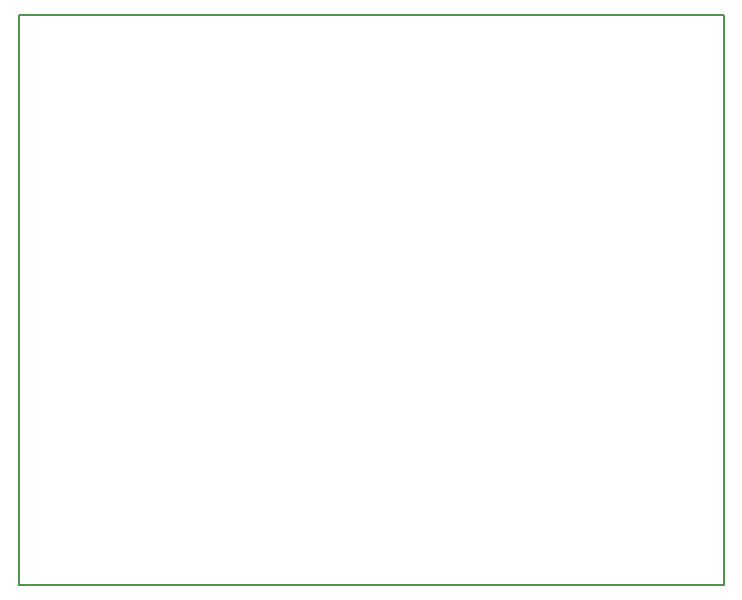
<source format=gm1>
%TF.GenerationSoftware,KiCad,Pcbnew,(5.1.9)-1*%
%TF.CreationDate,2021-03-07T15:01:53-08:00*%
%TF.ProjectId,lightbar-pcb,6c696768-7462-4617-922d-7063622e6b69,rev?*%
%TF.SameCoordinates,Original*%
%TF.FileFunction,Profile,NP*%
%FSLAX46Y46*%
G04 Gerber Fmt 4.6, Leading zero omitted, Abs format (unit mm)*
G04 Created by KiCad (PCBNEW (5.1.9)-1) date 2021-03-07 15:01:53*
%MOMM*%
%LPD*%
G01*
G04 APERTURE LIST*
%TA.AperFunction,Profile*%
%ADD10C,0.150000*%
%TD*%
G04 APERTURE END LIST*
D10*
X63500000Y-88900000D02*
X63500000Y-40640000D01*
X123190000Y-88900000D02*
X63500000Y-88900000D01*
X123190000Y-40640000D02*
X123190000Y-88900000D01*
X63500000Y-40640000D02*
X123190000Y-40640000D01*
M02*

</source>
